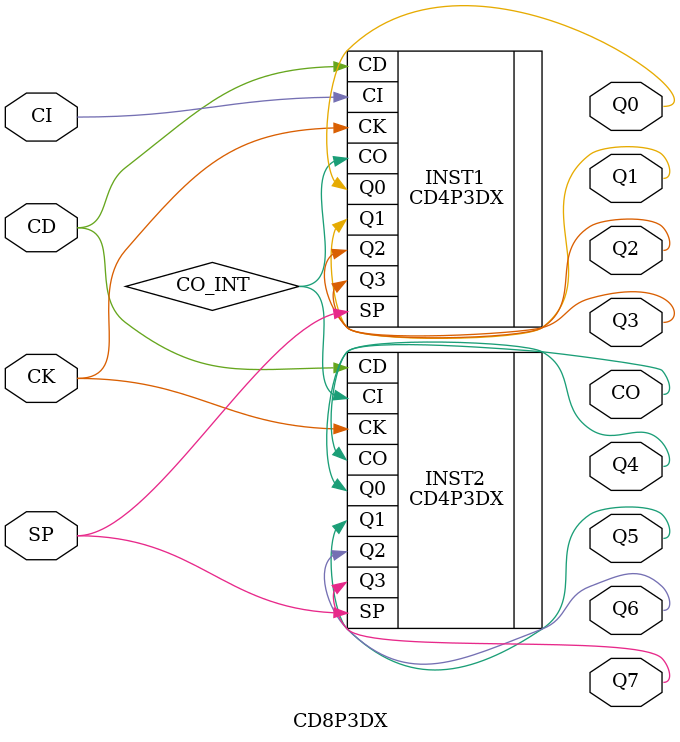
<source format=v>
`resetall
`timescale 1 ns / 100 ps

`celldefine

/* Created by DB2VERILOG Version 1.3.8.0 on Mon Sep 15 14:02:58 1997 */
/* module compiled from "lsl2db 4.4.5 (07/17/96)" run */

module CD8P3DX (CI, SP, CK, CD, CO, Q0, Q1, Q2, Q3, 
       Q4, Q5, Q6, Q7);
parameter DISABLED_GSR = 0;
defparam INST1.DISABLED_GSR = DISABLED_GSR;
defparam INST2.DISABLED_GSR = DISABLED_GSR;
input  CI, SP, CK, CD;
output CO, Q0, Q1, Q2, Q3, Q4, Q5, Q6, Q7;
CD4P3DX INST1 (.CI(CI), .SP(SP), .CK(CK), .CD(CD), .CO(
      CO_INT), .Q0(Q0), .Q1(Q1), .Q2(Q2), .Q3(Q3));
CD4P3DX INST2 (.CI(CO_INT), .SP(SP), .CK(CK), .CD(CD),
      .CO(CO), .Q0(Q4), .Q1(Q5), .Q2(Q6), .Q3(Q7));

endmodule

`endcelldefine

</source>
